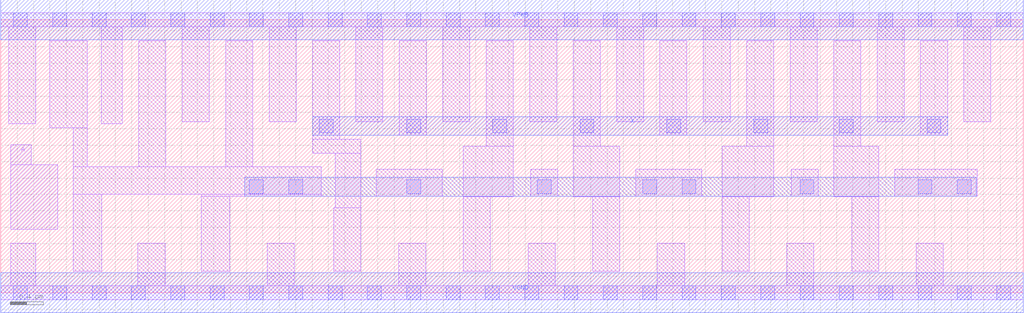
<source format=lef>
# Copyright 2020 The SkyWater PDK Authors
#
# Licensed under the Apache License, Version 2.0 (the "License");
# you may not use this file except in compliance with the License.
# You may obtain a copy of the License at
#
#     https://www.apache.org/licenses/LICENSE-2.0
#
# Unless required by applicable law or agreed to in writing, software
# distributed under the License is distributed on an "AS IS" BASIS,
# WITHOUT WARRANTIES OR CONDITIONS OF ANY KIND, either express or implied.
# See the License for the specific language governing permissions and
# limitations under the License.
#
# SPDX-License-Identifier: Apache-2.0

VERSION 5.7 ;
  NOWIREEXTENSIONATPIN ON ;
  DIVIDERCHAR "/" ;
  BUSBITCHARS "[]" ;
UNITS
  DATABASE MICRONS 200 ;
END UNITS
MACRO sky130_fd_sc_lp__clkbuflp_16
  CLASS CORE ;
  FOREIGN sky130_fd_sc_lp__clkbuflp_16 ;
  ORIGIN  0.000000  0.000000 ;
  SIZE  12.48000 BY  3.330000 ;
  SYMMETRY X Y R90 ;
  SITE unit ;
  PIN A
    ANTENNAGATEAREA  2.160000 ;
    DIRECTION INPUT ;
    USE SIGNAL ;
    PORT
      LAYER li1 ;
        RECT 0.125000 0.775000 0.695000 1.565000 ;
        RECT 0.125000 1.565000 0.370000 1.805000 ;
    END
  END A
  PIN X
    ANTENNADIFFAREA  3.010000 ;
    DIRECTION OUTPUT ;
    USE SIGNAL ;
    PORT
      LAYER met1 ;
        RECT 3.805000 1.920000 11.555000 2.150000 ;
    END
  END X
  PIN VGND
    DIRECTION INOUT ;
    USE GROUND ;
    PORT
      LAYER met1 ;
        RECT 0.000000 -0.245000 12.480000 0.245000 ;
    END
  END VGND
  PIN VPWR
    DIRECTION INOUT ;
    USE POWER ;
    PORT
      LAYER met1 ;
        RECT 0.000000 3.085000 12.480000 3.575000 ;
    END
  END VPWR
  OBS
    LAYER li1 ;
      RECT  0.000000 -0.085000 12.480000 0.085000 ;
      RECT  0.000000  3.245000 12.480000 3.415000 ;
      RECT  0.095000  2.065000  0.425000 3.245000 ;
      RECT  0.125000  0.085000  0.425000 0.605000 ;
      RECT  0.595000  2.015000  1.055000 3.075000 ;
      RECT  0.885000  0.265000  1.230000 1.205000 ;
      RECT  0.885000  1.205000  3.910000 1.535000 ;
      RECT  0.885000  1.535000  1.055000 2.015000 ;
      RECT  1.225000  2.065000  1.485000 3.245000 ;
      RECT  1.675000  0.085000  2.005000 0.605000 ;
      RECT  1.685000  1.535000  2.015000 3.075000 ;
      RECT  2.215000  2.085000  2.545000 3.245000 ;
      RECT  2.450000  0.265000  2.795000 1.180000 ;
      RECT  2.450000  1.180000  3.910000 1.205000 ;
      RECT  2.745000  1.535000  3.075000 3.075000 ;
      RECT  3.255000  0.085000  3.585000 0.605000 ;
      RECT  3.275000  2.085000  3.605000 3.245000 ;
      RECT  3.805000  1.705000  4.395000 1.875000 ;
      RECT  3.805000  1.875000  4.135000 3.075000 ;
      RECT  4.065000  0.265000  4.395000 1.035000 ;
      RECT  4.080000  1.035000  4.395000 1.705000 ;
      RECT  4.335000  2.085000  4.665000 3.245000 ;
      RECT  4.585000  1.180000  5.390000 1.510000 ;
      RECT  4.855000  0.085000  5.185000 0.605000 ;
      RECT  4.865000  1.920000  5.195000 3.075000 ;
      RECT  5.395000  2.085000  5.725000 3.245000 ;
      RECT  5.645000  0.265000  5.975000 1.170000 ;
      RECT  5.645000  1.170000  6.255000 1.790000 ;
      RECT  5.925000  1.790000  6.255000 3.075000 ;
      RECT  6.435000  0.085000  6.765000 0.605000 ;
      RECT  6.455000  2.085000  6.785000 3.245000 ;
      RECT  6.470000  1.180000  6.800000 1.510000 ;
      RECT  6.985000  1.170000  7.555000 1.790000 ;
      RECT  6.985000  1.790000  7.315000 3.075000 ;
      RECT  7.225000  0.265000  7.555000 1.170000 ;
      RECT  7.515000  2.085000  7.845000 3.245000 ;
      RECT  7.750000  1.180000  8.555000 1.510000 ;
      RECT  8.015000  0.085000  8.345000 0.605000 ;
      RECT  8.045000  1.920000  8.375000 3.075000 ;
      RECT  8.575000  2.085000  8.905000 3.245000 ;
      RECT  8.805000  0.265000  9.135000 1.170000 ;
      RECT  8.805000  1.170000  9.435000 1.790000 ;
      RECT  9.105000  1.790000  9.435000 3.075000 ;
      RECT  9.595000  0.085000  9.925000 0.605000 ;
      RECT  9.635000  2.085000  9.965000 3.245000 ;
      RECT  9.650000  1.180000  9.980000 1.510000 ;
      RECT 10.165000  1.170000 10.715000 1.790000 ;
      RECT 10.165000  1.790000 10.495000 3.075000 ;
      RECT 10.385000  0.265000 10.715000 1.170000 ;
      RECT 10.695000  2.085000 11.025000 3.245000 ;
      RECT 10.910000  1.180000 11.920000 1.510000 ;
      RECT 11.175000  0.085000 11.505000 0.605000 ;
      RECT 11.225000  1.920000 11.555000 3.075000 ;
      RECT 11.755000  2.085000 12.085000 3.245000 ;
    LAYER mcon ;
      RECT  0.155000 -0.085000  0.325000 0.085000 ;
      RECT  0.155000  3.245000  0.325000 3.415000 ;
      RECT  0.635000 -0.085000  0.805000 0.085000 ;
      RECT  0.635000  3.245000  0.805000 3.415000 ;
      RECT  1.115000 -0.085000  1.285000 0.085000 ;
      RECT  1.115000  3.245000  1.285000 3.415000 ;
      RECT  1.595000 -0.085000  1.765000 0.085000 ;
      RECT  1.595000  3.245000  1.765000 3.415000 ;
      RECT  2.075000 -0.085000  2.245000 0.085000 ;
      RECT  2.075000  3.245000  2.245000 3.415000 ;
      RECT  2.555000 -0.085000  2.725000 0.085000 ;
      RECT  2.555000  3.245000  2.725000 3.415000 ;
      RECT  3.035000 -0.085000  3.205000 0.085000 ;
      RECT  3.035000  1.210000  3.205000 1.380000 ;
      RECT  3.035000  3.245000  3.205000 3.415000 ;
      RECT  3.515000 -0.085000  3.685000 0.085000 ;
      RECT  3.515000  1.210000  3.685000 1.380000 ;
      RECT  3.515000  3.245000  3.685000 3.415000 ;
      RECT  3.885000  1.950000  4.055000 2.120000 ;
      RECT  3.995000 -0.085000  4.165000 0.085000 ;
      RECT  3.995000  3.245000  4.165000 3.415000 ;
      RECT  4.475000 -0.085000  4.645000 0.085000 ;
      RECT  4.475000  3.245000  4.645000 3.415000 ;
      RECT  4.955000 -0.085000  5.125000 0.085000 ;
      RECT  4.955000  1.210000  5.125000 1.380000 ;
      RECT  4.955000  1.950000  5.125000 2.120000 ;
      RECT  4.955000  3.245000  5.125000 3.415000 ;
      RECT  5.435000 -0.085000  5.605000 0.085000 ;
      RECT  5.435000  3.245000  5.605000 3.415000 ;
      RECT  5.915000 -0.085000  6.085000 0.085000 ;
      RECT  5.915000  3.245000  6.085000 3.415000 ;
      RECT  6.005000  1.950000  6.175000 2.120000 ;
      RECT  6.395000 -0.085000  6.565000 0.085000 ;
      RECT  6.395000  3.245000  6.565000 3.415000 ;
      RECT  6.550000  1.210000  6.720000 1.380000 ;
      RECT  6.875000 -0.085000  7.045000 0.085000 ;
      RECT  6.875000  3.245000  7.045000 3.415000 ;
      RECT  7.070000  1.950000  7.240000 2.120000 ;
      RECT  7.355000 -0.085000  7.525000 0.085000 ;
      RECT  7.355000  3.245000  7.525000 3.415000 ;
      RECT  7.835000 -0.085000  8.005000 0.085000 ;
      RECT  7.835000  1.210000  8.005000 1.380000 ;
      RECT  7.835000  3.245000  8.005000 3.415000 ;
      RECT  8.130000  1.950000  8.300000 2.120000 ;
      RECT  8.315000 -0.085000  8.485000 0.085000 ;
      RECT  8.315000  1.210000  8.485000 1.380000 ;
      RECT  8.315000  3.245000  8.485000 3.415000 ;
      RECT  8.795000 -0.085000  8.965000 0.085000 ;
      RECT  8.795000  3.245000  8.965000 3.415000 ;
      RECT  9.190000  1.950000  9.360000 2.120000 ;
      RECT  9.275000 -0.085000  9.445000 0.085000 ;
      RECT  9.275000  3.245000  9.445000 3.415000 ;
      RECT  9.755000 -0.085000  9.925000 0.085000 ;
      RECT  9.755000  1.210000  9.925000 1.380000 ;
      RECT  9.755000  3.245000  9.925000 3.415000 ;
      RECT 10.235000 -0.085000 10.405000 0.085000 ;
      RECT 10.235000  1.950000 10.405000 2.120000 ;
      RECT 10.235000  3.245000 10.405000 3.415000 ;
      RECT 10.715000 -0.085000 10.885000 0.085000 ;
      RECT 10.715000  3.245000 10.885000 3.415000 ;
      RECT 11.195000 -0.085000 11.365000 0.085000 ;
      RECT 11.195000  1.210000 11.365000 1.380000 ;
      RECT 11.195000  3.245000 11.365000 3.415000 ;
      RECT 11.305000  1.950000 11.475000 2.120000 ;
      RECT 11.675000 -0.085000 11.845000 0.085000 ;
      RECT 11.675000  1.210000 11.845000 1.380000 ;
      RECT 11.675000  3.245000 11.845000 3.415000 ;
      RECT 12.155000 -0.085000 12.325000 0.085000 ;
      RECT 12.155000  3.245000 12.325000 3.415000 ;
    LAYER met1 ;
      RECT 2.975000 1.180000 11.905000 1.410000 ;
  END
END sky130_fd_sc_lp__clkbuflp_16
END LIBRARY

</source>
